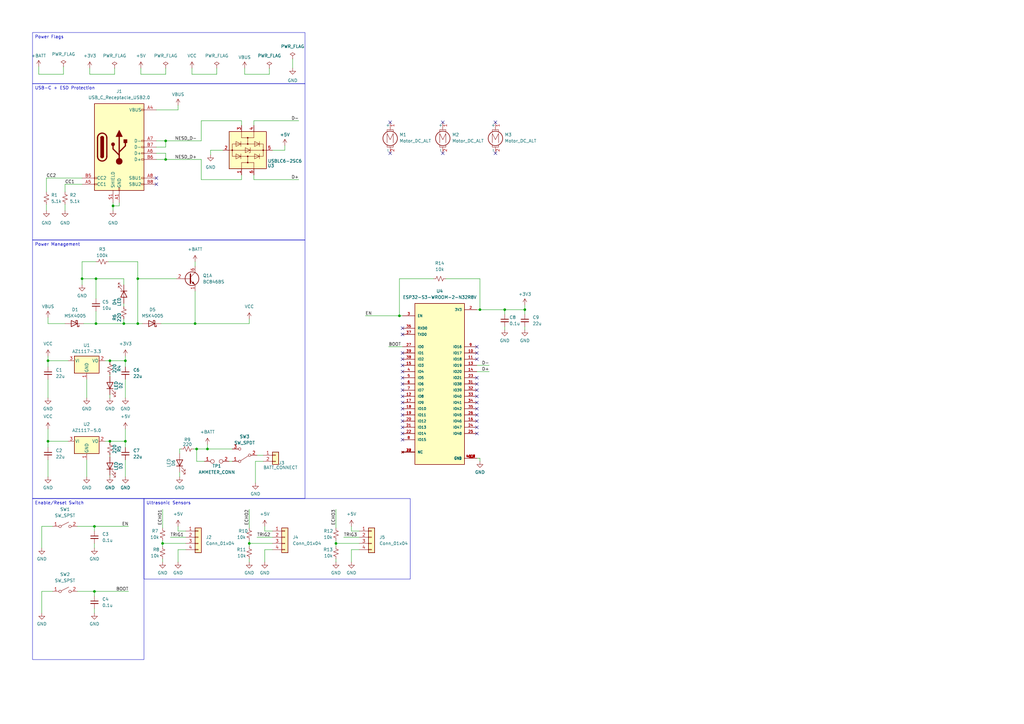
<source format=kicad_sch>
(kicad_sch (version 20230121) (generator eeschema)
  (paper "A3")
  (title_block (title "Remote Omnidirectional Droid") (date "2024-05-09") (rev "v0.1"))
  (lib_symbols
    (symbol "Connector:TestPoint_2Pole" (pin_names (offset 0.762) hide)
      (property "Reference" "TP" (at 0 1.524 0))
      (property "Value" "TestPoint_2Pole" (at 0 -1.778 0))
      (symbol "TestPoint_2Pole_0_1"
        (pin passive line (at -5.08 0 0) (length 2.54) (name "1") (number "1"))
        (pin passive line (at 5.08 0 180) (length 2.54) (name "2") (number "2"))
      )
    )
    (symbol "Connector:USB_C_Receptacle_USB2.0" (pin_names (offset 1.016))
      (property "Reference" "J1" (at 0 22.86 0))
      (property "Value" "USB_C_Receptacle_USB2.0" (at 0 20.32 0))
      (symbol "USB_C_Receptacle_USB2.0_1_1"
        (pin passive line (at 0 -22.86 90) (length 5.08) (name "GND") (number "A1"))
        (pin passive line (at 0 -22.86 90) (length 5.08) hide (name "GND") (number "A12"))
        (pin passive line (at 15.24 15.24 180) (length 5.08) (name "VBUS") (number "A4"))
        (pin bidirectional line (at -15.24 -15.24 0) (length 5.08) (name "CC1") (number "A5"))
        (pin bidirectional line (at 15.24 -2.54 180) (length 5.08) (name "D+") (number "A6"))
        (pin bidirectional line (at 15.24 2.54 180) (length 5.08) (name "D-") (number "A7"))
        (pin bidirectional line (at 15.24 -12.7 180) (length 5.08) (name "SBU1") (number "A8"))
        (pin passive line (at 15.24 15.24 180) (length 5.08) hide (name "VBUS") (number "A9"))
        (pin passive line (at 0 -22.86 90) (length 5.08) hide (name "GND") (number "B1"))
        (pin passive line (at 0 -22.86 90) (length 5.08) hide (name "GND") (number "B12"))
        (pin passive line (at 15.24 15.24 180) (length 5.08) hide (name "VBUS") (number "B4"))
        (pin bidirectional line (at -15.24 -12.7 0) (length 5.08) (name "CC2") (number "B5"))
        (pin bidirectional line (at 15.24 -5.08 180) (length 5.08) (name "D+") (number "B6"))
        (pin bidirectional line (at 15.24 0 180) (length 5.08) (name "D-") (number "B7"))
        (pin bidirectional line (at 15.24 -15.24 180) (length 5.08) (name "SBU2") (number "B8"))
        (pin passive line (at 15.24 15.24 180) (length 5.08) hide (name "VBUS") (number "B9"))
        (pin passive line (at -2.54 -22.86 90) (length 5.08) (name "SHIELD") (number "S1"))
      )
    )
    (symbol "Connector_Generic:Conn_01x02" (pin_names (offset 1.016) hide)
      (property "Reference" "J" (at 0 2.54 0))
      (property "Value" "Conn_01x02" (at 0 -5.08 0))
      (symbol "Conn_01x02_1_1"
        (pin passive line (at -5.08 0 0) (length 3.81) (name "Pin_1") (number "1"))
        (pin passive line (at -5.08 -2.54 0) (length 3.81) (name "Pin_2") (number "2"))
      )
    )
    (symbol "Connector_Generic:Conn_01x04" (pin_names (offset 1.016) hide)
      (property "Reference" "J" (at 0 5.08 0))
      (property "Value" "Conn_01x04" (at 0 -7.62 0))
      (symbol "Conn_01x04_1_1"
        (pin passive line (at -5.08 2.54 0) (length 3.81) (name "Pin_1") (number "1"))
        (pin passive line (at -5.08 0 0) (length 3.81) (name "Pin_2") (number "2"))
        (pin passive line (at -5.08 -2.54 0) (length 3.81) (name "Pin_3") (number "3"))
        (pin passive line (at -5.08 -5.08 0) (length 3.81) (name "Pin_4") (number "4"))
      )
    )
    (symbol "Device:C_Small" (pin_numbers hide) (pin_names (offset 0.254) hide)
      (property "Reference" "C" (at 0.254 1.778 0))
      (property "Value" "C_Small" (at 0.254 -2.032 0))
      (symbol "C_Small_1_1"
        (pin passive line (at 0 2.54 270) (length 2.032) (name "~") (number "1"))
        (pin passive line (at 0 -2.54 90) (length 2.032) (name "~") (number "2"))
      )
    )
    (symbol "Device:D_Schottky" (pin_numbers hide) (pin_names (offset 1.016) hide)
      (property "Reference" "D" (at 0 2.54 0))
      (property "Value" "D_Schottky" (at 0 -2.54 0))
      (symbol "D_Schottky_1_1"
        (pin passive line (at -3.81 0 0) (length 2.54) (name "K") (number "1"))
        (pin passive line (at 3.81 0 180) (length 2.54) (name "A") (number "2"))
      )
    )
    (symbol "Device:LED" (pin_numbers hide) (pin_names (offset 1.016) hide)
      (property "Reference" "D" (at 0 2.54 0))
      (property "Value" "LED" (at 0 -2.54 0))
      (symbol "LED_1_1"
        (pin passive line (at -3.81 0 0) (length 2.54) (name "K") (number "1"))
        (pin passive line (at 3.81 0 180) (length 2.54) (name "A") (number "2"))
      )
    )
    (symbol "Device:R_Small_US" (pin_numbers hide) (pin_names (offset 0.254) hide)
      (property "Reference" "R" (at 0.762 0.508 0))
      (property "Value" "R_Small_US" (at 0.762 -1.016 0))
      (symbol "R_Small_US_1_1"
        (pin passive line (at 0 2.54 270) (length 1.016) (name "~") (number "1"))
        (pin passive line (at 0 -2.54 90) (length 1.016) (name "~") (number "2"))
      )
    )
    (symbol "ESP32-S3-WROOM-2-N32R8V:ESP32-S3-WROOM-2-N32R8V" (pin_names (offset 1.016))
      (property "Reference" "U" (at -10.16 33.782 0))
      (property "Value" "ESP32-S3-WROOM-2-N32R8V" (at -10.16 -35.56 0))
      (symbol "ESP32-S3-WROOM-2-N32R8V_0_0"
        (pin power_in line (at 15.24 -30.48 180) (length 5.08) (name "GND") (number "1"))
        (pin bidirectional line (at 15.24 12.7 180) (length 5.08) (name "IO17") (number "10"))
        (pin bidirectional line (at 15.24 10.16 180) (length 5.08) (name "IO18") (number "11"))
        (pin bidirectional line (at -15.24 -5.08 0) (length 5.08) (name "IO8") (number "12"))
        (pin bidirectional line (at 15.24 7.62 180) (length 5.08) (name "IO19") (number "13"))
        (pin bidirectional line (at 15.24 5.08 180) (length 5.08) (name "IO20") (number "14"))
        (pin bidirectional line (at -15.24 7.62 0) (length 5.08) (name "IO3") (number "15"))
        (pin bidirectional line (at 15.24 -15.24 180) (length 5.08) (name "IO46") (number "16"))
        (pin bidirectional line (at -15.24 -7.62 0) (length 5.08) (name "IO9") (number "17"))
        (pin bidirectional line (at -15.24 -10.16 0) (length 5.08) (name "IO10") (number "18"))
        (pin bidirectional line (at -15.24 -12.7 0) (length 5.08) (name "IO11") (number "19"))
        (pin power_in line (at 15.24 30.48 180) (length 5.08) (name "3V3") (number "2"))
        (pin bidirectional line (at -15.24 -15.24 0) (length 5.08) (name "IO12") (number "20"))
        (pin bidirectional line (at -15.24 -17.78 0) (length 5.08) (name "IO13") (number "21"))
        (pin bidirectional line (at -15.24 -20.32 0) (length 5.08) (name "IO14") (number "22"))
        (pin bidirectional line (at 15.24 2.54 180) (length 5.08) (name "IO21") (number "23"))
        (pin bidirectional line (at 15.24 -17.78 180) (length 5.08) (name "IO47") (number "24"))
        (pin bidirectional line (at 15.24 -20.32 180) (length 5.08) (name "IO48") (number "25"))
        (pin bidirectional line (at 15.24 -12.7 180) (length 5.08) (name "IO45") (number "26"))
        (pin bidirectional line (at -15.24 15.24 0) (length 5.08) (name "IO0") (number "27"))
        (pin no_connect line (at -15.24 -27.94 0) (length 5.08) (name "NC") (number "28"))
        (pin no_connect line (at -15.24 -27.94 0) (length 5.08) (name "NC") (number "29"))
        (pin input line (at -15.24 27.94 0) (length 5.08) (name "EN") (number "3"))
        (pin no_connect line (at -15.24 -27.94 0) (length 5.08) (name "NC") (number "30"))
        (pin bidirectional line (at 15.24 0 180) (length 5.08) (name "IO38") (number "31"))
        (pin bidirectional line (at 15.24 -2.54 180) (length 5.08) (name "IO39") (number "32"))
        (pin bidirectional line (at 15.24 -5.08 180) (length 5.08) (name "IO40") (number "33"))
        (pin bidirectional line (at 15.24 -7.62 180) (length 5.08) (name "IO41") (number "34"))
        (pin bidirectional line (at 15.24 -10.16 180) (length 5.08) (name "IO42") (number "35"))
        (pin bidirectional line (at -15.24 22.86 0) (length 5.08) (name "RXD0") (number "36"))
        (pin bidirectional line (at -15.24 20.32 0) (length 5.08) (name "TXD0") (number "37"))
        (pin bidirectional line (at -15.24 10.16 0) (length 5.08) (name "IO2") (number "38"))
        (pin bidirectional line (at -15.24 12.7 0) (length 5.08) (name "IO1") (number "39"))
        (pin bidirectional line (at -15.24 5.08 0) (length 5.08) (name "IO4") (number "4"))
        (pin power_in line (at 15.24 -30.48 180) (length 5.08) (name "GND") (number "40"))
        (pin power_in line (at 15.24 -30.48 180) (length 5.08) (name "GND") (number "41_1"))
        (pin power_in line (at 15.24 -30.48 180) (length 5.08) (name "GND") (number "41_2"))
        (pin power_in line (at 15.24 -30.48 180) (length 5.08) (name "GND") (number "41_3"))
        (pin power_in line (at 15.24 -30.48 180) (length 5.08) (name "GND") (number "41_4"))
        (pin power_in line (at 15.24 -30.48 180) (length 5.08) (name "GND") (number "41_5"))
        (pin power_in line (at 15.24 -30.48 180) (length 5.08) (name "GND") (number "41_6"))
        (pin power_in line (at 15.24 -30.48 180) (length 5.08) (name "GND") (number "41_7"))
        (pin power_in line (at 15.24 -30.48 180) (length 5.08) (name "GND") (number "41_8"))
        (pin power_in line (at 15.24 -30.48 180) (length 5.08) (name "GND") (number "41_9"))
        (pin bidirectional line (at -15.24 2.54 0) (length 5.08) (name "IO5") (number "5"))
        (pin bidirectional line (at -15.24 0 0) (length 5.08) (name "IO6") (number "6"))
        (pin bidirectional line (at -15.24 -2.54 0) (length 5.08) (name "IO7") (number "7"))
        (pin bidirectional line (at -15.24 -22.86 0) (length 5.08) (name "IO15") (number "8"))
        (pin bidirectional line (at 15.24 15.24 180) (length 5.08) (name "IO16") (number "9"))
      )
    )
    (symbol "Motor:Motor_DC_ALT" (pin_names (offset 0))
      (property "Reference" "M" (at 2.54 2.54 0))
      (property "Value" "Motor_DC_ALT" (at 2.54 -5.08 0))
      (symbol "Motor_DC_ALT_1_1"
        (pin passive line (at 0 5.08 270) (length 2.54) (name "+") (number "1"))
        (pin passive line (at 0 -7.62 90) (length 2.54) (name "-") (number "2"))
      )
    )
    (symbol "Power_Protection:USBLC6-2SC6" (pin_names hide)
      (property "Reference" "U" (at 2.54 8.89 0))
      (property "Value" "USBLC6-2SC6" (at 2.54 -8.89 0))
      (symbol "USBLC6-2SC6_1_1"
        (pin passive line (at -10.16 -2.54 0) (length 2.54) (name "I/O1") (number "1"))
        (pin passive line (at 0 -10.16 90) (length 2.54) (name "GND") (number "2"))
        (pin passive line (at 10.16 -2.54 180) (length 2.54) (name "I/O2") (number "3"))
        (pin passive line (at 10.16 2.54 180) (length 2.54) (name "I/O2") (number "4"))
        (pin passive line (at 0 10.16 270) (length 2.54) (name "VBUS") (number "5"))
        (pin passive line (at -10.16 2.54 0) (length 2.54) (name "I/O1") (number "6"))
      )
    )
    (symbol "Regulator_Linear:AZ1117-3.3" (pin_names (offset 0.254))
      (property "Reference" "U" (at -3.81 3.175 0))
      (property "Value" "AZ1117-3.3" (at 0 3.175 0))
      (symbol "AZ1117-3.3_1_1"
        (pin power_in line (at 0 -7.62 90) (length 2.54) (name "GND") (number "1"))
        (pin power_out line (at 7.62 0 180) (length 2.54) (name "VO") (number "2"))
        (pin power_in line (at -7.62 0 0) (length 2.54) (name "VI") (number "3"))
      )
    )
    (symbol "Regulator_Linear:AZ1117-5.0" (pin_names (offset 0.254))
      (property "Reference" "U" (at -3.81 3.175 0))
      (property "Value" "AZ1117-5.0" (at 0 3.175 0))
      (symbol "AZ1117-5.0_1_1"
        (pin power_in line (at 0 -7.62 90) (length 2.54) (name "GND") (number "1"))
        (pin power_out line (at 7.62 0 180) (length 2.54) (name "VO") (number "2"))
        (pin power_in line (at -7.62 0 0) (length 2.54) (name "VI") (number "3"))
      )
    )
    (symbol "Switch:SW_SPDT" (pin_names (offset 0) hide)
      (property "Reference" "SW" (at 0 4.318 0))
      (property "Value" "SW_SPDT" (at 0 -5.08 0))
      (symbol "SW_SPDT_1_1"
        (pin passive line (at 5.08 2.54 180) (length 2.54) (name "A") (number "1"))
        (pin passive line (at -5.08 0 0) (length 2.54) (name "B") (number "2"))
        (pin passive line (at 5.08 -2.54 180) (length 2.54) (name "C") (number "3"))
      )
    )
    (symbol "Switch:SW_SPST" (pin_names (offset 0) hide)
      (property "Reference" "SW" (at 0 3.175 0))
      (property "Value" "SW_SPST" (at 0 -2.54 0))
      (symbol "SW_SPST_1_1"
        (pin passive line (at -5.08 0 0) (length 2.54) (name "A") (number "1"))
        (pin passive line (at 5.08 0 180) (length 2.54) (name "B") (number "2"))
      )
    )
    (symbol "Transistor_BJT:BC846BS" (pin_names (offset 0) hide)
      (property "Reference" "Q" (at 5.08 1.27 0))
      (property "Value" "BC846BS" (at 5.08 -1.27 0))
      (symbol "BC846BS_1_1"
        (pin passive line (at 2.54 -5.08 90) (length 2.54) (name "E1") (number "1"))
        (pin input line (at -5.08 0 0) (length 2.54) (name "B1") (number "2"))
        (pin passive line (at 2.54 5.08 270) (length 2.54) (name "C1") (number "6"))
      )
      (symbol "BC846BS_2_1"
        (pin passive line (at 2.54 5.08 270) (length 2.54) (name "C2") (number "3"))
        (pin passive line (at 2.54 -5.08 90) (length 2.54) (name "E2") (number "4"))
        (pin input line (at -5.08 0 0) (length 2.54) (name "B2") (number "5"))
      )
    )
    (symbol "power:+3V3" (power) (pin_names (offset 0))
      (property "Value" "+3V3" (at 0 3.556 0))
      (symbol "+3V3_1_1"
        (pin power_in line (at 0 0 90) (length 0) hide (name "+3V3") (number "1"))
      )
    )
    (symbol "power:+5V" (power) (pin_names (offset 0))
      (property "Value" "+5V" (at 0 3.556 0))
      (symbol "+5V_1_1"
        (pin power_in line (at 0 0 90) (length 0) hide (name "+5V") (number "1"))
      )
    )
    (symbol "power:+BATT" (power) (pin_names (offset 0))
      (property "Value" "+BATT" (at 0 3.556 0))
      (symbol "+BATT_1_1"
        (pin power_in line (at 0 0 90) (length 0) hide (name "+BATT") (number "1"))
      )
    )
    (symbol "power:GND" (power) (pin_names (offset 0))
      (property "Value" "GND" (at 0 -3.81 0))
      (symbol "GND_1_1"
        (pin power_in line (at 0 0 270) (length 0) hide (name "GND") (number "1"))
      )
    )
    (symbol "power:PWR_FLAG" (power) (pin_numbers hide) (pin_names (offset 0) hide)
      (property "Value" "PWR_FLAG" (at 0 3.81 0))
      (symbol "PWR_FLAG_0_0"
        (pin power_out line (at 0 0 90) (length 0) (name "pwr") (number "1"))
      )
    )
    (symbol "power:VBUS" (power) (pin_names (offset 0))
      (property "Value" "VBUS" (at 0 3.81 0))
      (symbol "VBUS_1_1"
        (pin power_in line (at 0 0 90) (length 0) hide (name "VBUS") (number "1"))
      )
    )
    (symbol "power:VCC" (power) (pin_names (offset 0))
      (property "Value" "VCC" (at 0 3.81 0))
      (symbol "VCC_1_1"
        (pin power_in line (at 0 0 90) (length 0) hide (name "VCC") (number "1"))
      )
    )
  )
  (junction (at 137.795 222.885))
  (junction (at 39.37 114.3))
  (junction (at 196.85 127))
  (junction (at 80.645 184.15))
  (junction (at 19.685 147.955))
  (junction (at 33.655 114.3))
  (junction (at 67.945 57.785))
  (junction (at 85.09 184.15))
  (junction (at 46.355 84.455))
  (junction (at 102.235 222.885))
  (junction (at 45.085 147.955))
  (junction (at 56.515 114.3))
  (junction (at 67.945 65.405))
  (junction (at 215.265 127))
  (junction (at 50.8 132.715))
  (junction (at 39.37 132.715))
  (junction (at 66.675 222.885))
  (junction (at 45.085 180.975))
  (junction (at 51.435 180.975))
  (junction (at 51.435 147.955))
  (junction (at 38.735 215.9))
  (junction (at 19.685 180.975))
  (junction (at 163.83 129.54))
  (junction (at 207.01 127))
  (junction (at 80.01 132.715))
  (junction (at 38.735 242.57))
  (junction (at 56.515 132.715))
  (no_connect (at 165.1 160.02))
  (no_connect (at 160.02 50.165))
  (no_connect (at 203.2 50.165))
  (no_connect (at 195.58 167.64))
  (no_connect (at 195.58 165.1))
  (no_connect (at 160.02 62.865))
  (no_connect (at 195.58 157.48))
  (no_connect (at 165.1 162.56))
  (no_connect (at 165.1 167.64))
  (no_connect (at 165.1 137.16))
  (no_connect (at 165.1 147.32))
  (no_connect (at 195.58 162.56))
  (no_connect (at 165.1 144.78))
  (no_connect (at 181.61 50.165))
  (no_connect (at 181.61 62.865))
  (no_connect (at 165.1 180.34))
  (no_connect (at 195.58 142.24))
  (no_connect (at 165.1 177.8))
  (no_connect (at 195.58 170.18))
  (no_connect (at 64.135 75.565))
  (no_connect (at 195.58 147.32))
  (no_connect (at 195.58 175.26))
  (no_connect (at 165.1 152.4))
  (no_connect (at 195.58 144.78))
  (no_connect (at 165.1 170.18))
  (no_connect (at 195.58 177.8))
  (no_connect (at 165.1 134.62))
  (no_connect (at 165.1 175.26))
  (no_connect (at 195.58 160.02))
  (no_connect (at 195.58 154.94))
  (no_connect (at 165.1 172.72))
  (no_connect (at 165.1 149.86))
  (no_connect (at 195.58 172.72))
  (no_connect (at 165.1 154.94))
  (no_connect (at 165.1 157.48))
  (no_connect (at 64.135 73.025))
  (no_connect (at 203.2 62.865))
  (no_connect (at 165.1 165.1))
  (wire (pts (xy 137.795 221.615) (xy 137.795 222.885)))
  (wire (pts (xy 102.235 222.885) (xy 102.235 224.155)))
  (wire (pts (xy 196.85 127) (xy 196.85 114.3)))
  (wire (pts (xy 66.675 222.885) (xy 66.675 224.155)))
  (wire (pts (xy 17.145 215.9) (xy 17.145 224.79)))
  (wire (pts (xy 46.355 84.455) (xy 46.355 86.36)))
  (wire (pts (xy 80.645 189.23) (xy 80.645 184.15)))
  (wire (pts (xy 46.99 27.94) (xy 46.99 30.48)))
  (wire (pts (xy 33.655 114.3) (xy 33.655 107.315)))
  (wire (pts (xy 39.37 127.635) (xy 39.37 132.715)))
  (wire (pts (xy 57.785 30.48) (xy 57.785 27.94)))
  (wire (pts (xy 26.67 83.82) (xy 26.67 86.36)))
  (wire (pts (xy 39.37 122.555) (xy 39.37 114.3)))
  (wire (pts (xy 43.18 180.975) (xy 45.085 180.975)))
  (wire (pts (xy 39.37 132.715) (xy 50.8 132.715)))
  (wire (pts (xy 67.945 27.94) (xy 67.945 30.48)))
  (wire (pts (xy 140.97 220.345) (xy 147.32 220.345)))
  (wire (pts (xy 80.645 184.15) (xy 85.09 184.15)))
  (wire (pts (xy 19.685 188.595) (xy 19.685 195.58)))
  (wire (pts (xy 19.05 83.82) (xy 19.05 86.36)))
  (wire (pts (xy 43.18 147.955) (xy 45.085 147.955)))
  (wire (pts (xy 31.75 215.9) (xy 38.735 215.9)))
  (wire (pts (xy 35.56 155.575) (xy 35.56 163.195)))
  (wire (pts (xy 36.83 30.48) (xy 36.83 27.94)))
  (wire (pts (xy 82.55 73.66) (xy 99.06 73.66)))
  (wire (pts (xy 177.8 114.3) (xy 163.83 114.3)))
  (wire (pts (xy 21.59 242.57) (xy 17.145 242.57)))
  (wire (pts (xy 67.945 62.865) (xy 67.945 65.405)))
  (wire (pts (xy 82.55 57.785) (xy 82.55 49.53)))
  (wire (pts (xy 105.41 186.69) (xy 107.95 186.69)))
  (wire (pts (xy 102.235 229.235) (xy 102.235 230.505)))
  (wire (pts (xy 195.58 149.86) (xy 200.66 149.86)))
  (wire (pts (xy 51.435 180.975) (xy 51.435 183.515)))
  (wire (pts (xy 67.945 60.325) (xy 67.945 57.785)))
  (wire (pts (xy 45.085 180.975) (xy 45.085 181.61)))
  (wire (pts (xy 137.795 222.885) (xy 137.795 224.155)))
  (wire (pts (xy 19.05 78.74) (xy 19.05 73.025)))
  (wire (pts (xy 67.945 57.785) (xy 82.55 57.785)))
  (wire (pts (xy 86.36 61.595) (xy 91.44 61.595)))
  (wire (pts (xy 51.435 188.595) (xy 51.435 195.58)))
  (wire (pts (xy 82.55 49.53) (xy 99.06 49.53)))
  (wire (pts (xy 45.085 147.955) (xy 45.085 148.59)))
  (wire (pts (xy 45.085 147.955) (xy 51.435 147.955)))
  (wire (pts (xy 144.145 230.505) (xy 144.145 225.425)))
  (wire (pts (xy 39.37 114.3) (xy 33.655 114.3)))
  (wire (pts (xy 196.85 187.96) (xy 196.85 189.23)))
  (wire (pts (xy 149.86 129.54) (xy 163.83 129.54)))
  (wire (pts (xy 104.14 73.66) (xy 104.14 71.755)))
  (wire (pts (xy 64.135 65.405) (xy 67.945 65.405)))
  (wire (pts (xy 108.585 217.805) (xy 111.76 217.805)))
  (wire (pts (xy 38.735 215.9) (xy 52.705 215.9)))
  (wire (pts (xy 102.235 222.885) (xy 111.76 222.885)))
  (wire (pts (xy 215.265 133.985) (xy 215.265 135.255)))
  (wire (pts (xy 102.235 208.915) (xy 102.235 216.535)))
  (wire (pts (xy 19.05 73.025) (xy 33.655 73.025)))
  (wire (pts (xy 15.875 30.48) (xy 15.875 27.305)))
  (wire (pts (xy 108.585 230.505) (xy 108.585 225.425)))
  (wire (pts (xy 73.025 215.9) (xy 73.025 217.805)))
  (wire (pts (xy 73.025 225.425) (xy 76.2 225.425)))
  (wire (pts (xy 38.735 242.57) (xy 52.705 242.57)))
  (wire (pts (xy 120.015 24.13) (xy 120.015 27.94)))
  (wire (pts (xy 19.685 175.895) (xy 19.685 180.975)))
  (wire (pts (xy 104.775 189.23) (xy 104.775 198.12)))
  (wire (pts (xy 144.145 225.425) (xy 147.32 225.425)))
  (wire (pts (xy 83.82 189.23) (xy 80.645 189.23)))
  (wire (pts (xy 78.74 27.94) (xy 78.74 30.48)))
  (wire (pts (xy 45.085 186.69) (xy 45.085 187.325)))
  (wire (pts (xy 196.85 127) (xy 207.01 127)))
  (wire (pts (xy 67.945 65.405) (xy 82.55 65.405)))
  (wire (pts (xy 56.515 114.3) (xy 56.515 132.715)))
  (wire (pts (xy 19.685 146.05) (xy 19.685 147.955)))
  (wire (pts (xy 95.25 184.15) (xy 85.09 184.15)))
  (wire (pts (xy 73.66 184.15) (xy 74.295 184.15)))
  (wire (pts (xy 80.01 107.315) (xy 80.01 109.22)))
  (wire (pts (xy 50.8 116.84) (xy 50.8 114.3)))
  (wire (pts (xy 137.795 229.235) (xy 137.795 230.505)))
  (wire (pts (xy 102.235 221.615) (xy 102.235 222.885)))
  (wire (pts (xy 88.9 30.48) (xy 78.74 30.48)))
  (wire (pts (xy 104.14 49.53) (xy 122.555 49.53)))
  (wire (pts (xy 80.01 132.715) (xy 80.01 119.38)))
  (wire (pts (xy 45.085 180.975) (xy 51.435 180.975)))
  (wire (pts (xy 50.8 114.3) (xy 39.37 114.3)))
  (wire (pts (xy 73.025 230.505) (xy 73.025 225.425)))
  (wire (pts (xy 82.55 65.405) (xy 82.55 73.66)))
  (wire (pts (xy 50.8 130.81) (xy 50.8 132.715)))
  (wire (pts (xy 66.675 208.915) (xy 66.675 216.535)))
  (wire (pts (xy 26.035 30.48) (xy 15.875 30.48)))
  (wire (pts (xy 26.67 78.74) (xy 26.67 75.565)))
  (wire (pts (xy 31.75 242.57) (xy 38.735 242.57)))
  (wire (pts (xy 56.515 107.315) (xy 56.515 114.3)))
  (wire (pts (xy 33.655 114.3) (xy 33.655 116.84)))
  (wire (pts (xy 137.795 222.885) (xy 147.32 222.885)))
  (wire (pts (xy 116.84 61.595) (xy 111.76 61.595)))
  (wire (pts (xy 73.025 45.085) (xy 73.025 43.18)))
  (wire (pts (xy 110.49 30.48) (xy 100.33 30.48)))
  (wire (pts (xy 48.895 83.185) (xy 48.895 84.455)))
  (wire (pts (xy 26.67 75.565) (xy 33.655 75.565)))
  (wire (pts (xy 144.145 217.805) (xy 147.32 217.805)))
  (wire (pts (xy 105.41 220.345) (xy 111.76 220.345)))
  (wire (pts (xy 85.09 184.15) (xy 85.09 182.245)))
  (wire (pts (xy 50.8 125.73) (xy 50.8 124.46)))
  (wire (pts (xy 182.88 114.3) (xy 196.85 114.3)))
  (wire (pts (xy 215.265 125.095) (xy 215.265 127)))
  (wire (pts (xy 79.375 184.15) (xy 80.645 184.15)))
  (wire (pts (xy 73.66 186.055) (xy 73.66 184.15)))
  (wire (pts (xy 46.355 83.185) (xy 46.355 84.455)))
  (wire (pts (xy 163.83 114.3) (xy 163.83 129.54)))
  (wire (pts (xy 64.135 45.085) (xy 73.025 45.085)))
  (wire (pts (xy 45.085 161.925) (xy 45.085 163.195)))
  (wire (pts (xy 66.675 221.615) (xy 66.675 222.885)))
  (wire (pts (xy 51.435 175.895) (xy 51.435 180.975)))
  (wire (pts (xy 48.895 84.455) (xy 46.355 84.455)))
  (wire (pts (xy 207.01 127) (xy 215.265 127)))
  (wire (pts (xy 159.385 142.24) (xy 165.1 142.24)))
  (wire (pts (xy 137.795 208.915) (xy 137.795 216.535)))
  (wire (pts (xy 99.06 49.53) (xy 99.06 51.435)))
  (wire (pts (xy 38.735 222.885) (xy 38.735 224.79)))
  (wire (pts (xy 66.675 229.235) (xy 66.675 230.505)))
  (wire (pts (xy 207.01 127) (xy 207.01 128.905)))
  (wire (pts (xy 69.85 220.345) (xy 76.2 220.345)))
  (wire (pts (xy 80.01 132.715) (xy 102.235 132.715)))
  (wire (pts (xy 19.685 147.955) (xy 27.94 147.955)))
  (wire (pts (xy 19.685 147.955) (xy 19.685 150.495)))
  (wire (pts (xy 110.49 27.94) (xy 110.49 30.48)))
  (wire (pts (xy 45.085 194.945) (xy 45.085 195.58)))
  (wire (pts (xy 26.035 27.305) (xy 26.035 30.48)))
  (wire (pts (xy 57.785 30.48) (xy 67.945 30.48)))
  (wire (pts (xy 215.265 127) (xy 215.265 128.905)))
  (wire (pts (xy 21.59 215.9) (xy 17.145 215.9)))
  (wire (pts (xy 51.435 155.575) (xy 51.435 163.195)))
  (wire (pts (xy 100.33 30.48) (xy 100.33 27.94)))
  (wire (pts (xy 144.145 215.9) (xy 144.145 217.805)))
  (wire (pts (xy 44.45 107.315) (xy 56.515 107.315)))
  (wire (pts (xy 33.655 107.315) (xy 39.37 107.315)))
  (wire (pts (xy 51.435 147.955) (xy 51.435 146.05)))
  (wire (pts (xy 17.145 242.57) (xy 17.145 251.46)))
  (wire (pts (xy 50.8 132.715) (xy 56.515 132.715)))
  (wire (pts (xy 35.56 188.595) (xy 35.56 195.58)))
  (wire (pts (xy 66.04 132.715) (xy 80.01 132.715)))
  (wire (pts (xy 195.58 187.96) (xy 196.85 187.96)))
  (wire (pts (xy 104.14 73.66) (xy 122.555 73.66)))
  (wire (pts (xy 107.95 189.23) (xy 104.775 189.23)))
  (wire (pts (xy 38.735 244.475) (xy 38.735 242.57)))
  (wire (pts (xy 108.585 215.9) (xy 108.585 217.805)))
  (wire (pts (xy 39.37 132.715) (xy 34.29 132.715)))
  (wire (pts (xy 86.36 63.5) (xy 86.36 61.595)))
  (wire (pts (xy 66.675 222.885) (xy 76.2 222.885)))
  (wire (pts (xy 19.685 180.975) (xy 27.94 180.975)))
  (wire (pts (xy 36.83 30.48) (xy 46.99 30.48)))
  (wire (pts (xy 93.98 189.23) (xy 95.25 189.23)))
  (wire (pts (xy 195.58 152.4) (xy 200.66 152.4)))
  (wire (pts (xy 38.735 249.555) (xy 38.735 251.46)))
  (wire (pts (xy 102.235 130.81) (xy 102.235 132.715)))
  (wire (pts (xy 116.84 59.69) (xy 116.84 61.595)))
  (wire (pts (xy 64.135 57.785) (xy 67.945 57.785)))
  (wire (pts (xy 64.135 60.325) (xy 67.945 60.325)))
  (wire (pts (xy 88.9 27.94) (xy 88.9 30.48)))
  (wire (pts (xy 104.14 49.53) (xy 104.14 51.435)))
  (wire (pts (xy 19.685 132.715) (xy 26.67 132.715)))
  (wire (pts (xy 19.685 130.175) (xy 19.685 132.715)))
  (wire (pts (xy 195.58 127) (xy 196.85 127)))
  (wire (pts (xy 38.735 217.805) (xy 38.735 215.9)))
  (wire (pts (xy 108.585 225.425) (xy 111.76 225.425)))
  (wire (pts (xy 165.1 129.54) (xy 163.83 129.54)))
  (wire (pts (xy 56.515 114.3) (xy 72.39 114.3)))
  (wire (pts (xy 73.66 193.675) (xy 73.66 195.58)))
  (wire (pts (xy 51.435 147.955) (xy 51.435 150.495)))
  (wire (pts (xy 99.06 73.66) (xy 99.06 71.755)))
  (wire (pts (xy 207.01 133.985) (xy 207.01 135.255)))
  (wire (pts (xy 45.085 153.67) (xy 45.085 154.305)))
  (wire (pts (xy 73.025 217.805) (xy 76.2 217.805)))
  (wire (pts (xy 19.685 183.515) (xy 19.685 180.975)))
  (wire (pts (xy 56.515 132.715) (xy 58.42 132.715)))
  (wire (pts (xy 64.135 62.865) (xy 67.945 62.865)))
  (wire (pts (xy 19.685 155.575) (xy 19.685 163.195)))
  (text_box "Enable/Reset Switch" (at 13.335 204.47 0) (size 45.72 66.04) (effects (font (size 1.27 1.27)) (justify left top)))
  (text_box "Power Management" (at 13.335 98.425 0) (size 111.76 106.045) (effects (font (size 1.27 1.27)) (justify left top)))
  (text_box "Ultrasonic Sensors" (at 59.055 204.47 0) (size 109.22 33.02) (effects (font (size 1.27 1.27)) (justify left top)))
  (text_box "USB-C + ESD Protection" (at 13.335 34.29 0) (size 111.76 64.135) (effects (font (size 1.27 1.27)) (justify left top)))
  (text_box "Power Flags" (at 13.335 13.335 0) (size 111.76 20.955) (effects (font (size 1.27 1.27)) (justify left top)))
  (label "D+" (at 122.555 73.66 180))
  (label "ECHO1" (at 66.675 208.915 270))
  (label "BOOT" (at 159.385 142.24 0))
  (label "BOOT" (at 52.705 242.57 180))
  (label "CC2" (at 19.05 73.025 0))
  (label "D+" (at 200.66 152.4 180))
  (label "CC1" (at 26.67 75.565 0))
  (label "EN" (at 149.86 129.54 0))
  (label "D-" (at 122.555 49.53 180))
  (label "ECHO2" (at 102.235 208.915 270))
  (label "TRIG3" (at 140.97 220.345 0))
  (label "EN" (at 52.705 215.9 180))
  (label "TRIG1" (at 69.85 220.345 0))
  (label "TRIG2" (at 105.41 220.345 0))
  (label "NESD_D-" (at 71.755 57.785 0))
  (label "NESD_D+" (at 71.755 65.405 0))
  (label "ECHO3" (at 137.795 208.915 270))
  (label "D-" (at 200.66 149.86 180))
  (symbol (lib_id "Device:R_Small_US") (at 137.795 226.695 0) (unit 1)
    (property "Reference" "R13" (at 136.525 225.425 0) (effects (justify right)))
    (property "Value" "10k" (at 136.525 227.965 0) (effects (justify right)))
    (property "Footprint" "Resistor_SMD:R_1206_3216Metric_Pad1.30x1.75mm_HandSolder" (effects hide))
  )
  (symbol (lib_id "Connector_Generic:Conn_01x04") (at 116.84 220.345 0) (unit 1)
    (property "Reference" "J4" (at 120.015 220.345 0) (effects (justify left)))
    (property "Value" "Conn_01x04" (at 120.015 222.885 0) (effects (justify left)))
    (property "Footprint" "Connector_PinSocket_2.54mm:PinSocket_1x04_P2.54mm_Vertical_SMD_Pin1Left" (effects hide))
  )
  (symbol (lib_id "ESP32-S3-WROOM-2-N32R8V:ESP32-S3-WROOM-2-N32R8V") (at 180.34 157.48 0) (unit 1)
    (property "Reference" "U4" (at 180.34 119.38 0))
    (property "Value" "ESP32-S3-WROOM-2-N32R8V" (at 180.34 121.92 0))
    (property "Footprint" "ESP32 S3:XCVR_ESP32-S3-WROOM-2-N32R8V" (effects hide))
    (property "DigiKey_Part_Number" "1965-ESP32-S3-WROOM-2-N32R8VTR-ND" (effects hide))
    (property "MF" "Espressif Systems" (effects hide))
    (property "MAXIMUM_PACKAGE_HEIGHT" "3.25mm" (effects hide))
    (property "Package" "NON STANDARD Espressif Systems" (effects hide))
    (property "Check_prices" "https://www.snapeda.com/parts/ESP32-S3-WROOM-2-N32R8V/Espressif+Systems/view-part/?ref=eda" (effects hide))
    (property "STANDARD" "Manufacturer Recommendations" (effects hide))
    (property "PARTREV" "1.0" (effects hide))
    (property "SnapEDA_Link" "https://www.snapeda.com/parts/ESP32-S3-WROOM-2-N32R8V/Espressif+Systems/view-part/?ref=snap" (effects hide))
    (property "MP" "ESP32-S3-WROOM-2-N32R8V" (effects hide))
    (property "Purchase-URL" "https://www.snapeda.com/api/url_track_click_mouser/?unipart_id=12077616&manufacturer=Espressif Systems&part_name=ESP32-S3-WROOM-2-N32R8V&search_term=None" (effects hide))
    (property "Description" "\nBluetooth, WiFi 802.11b/g/n, Bluetooth v5.0 Transceiver Module 2.4GHz PCB Trace Surface Mount\n" (effects hide))
    (property "MANUFACTURER" "Espressif" (effects hide))
    (property "SNAPEDA_PN" "ESP32-S3-WROOM-2-N32R8V" (effects hide))
  )
  (symbol (lib_id "Device:R_Small_US") (at 50.8 128.27 180) (unit 1)
    (property "Reference" "R6" (at 46.99 130.175 90))
    (property "Value" "220" (at 48.895 130.175 90))
    (property "Footprint" "Resistor_SMD:R_1206_3216Metric_Pad1.30x1.75mm_HandSolder" (effects hide))
  )
  (symbol (lib_id "Connector:USB_C_Receptacle_USB2.0") (at 48.895 60.325 0) (unit 1)
    (property "Reference" "J1" (at 48.895 37.465 0))
    (property "Value" "USB_C_Receptacle_USB2.0" (at 48.895 40.005 0))
    (property "Footprint" "Connector_USB:USB_C_Receptacle_GCT_USB4085" (effects hide))
    (property "Datasheet" "https://www.usb.org/sites/default/files/documents/usb_type-c.zip" (effects hide))
  )
  (symbol (lib_id "Device:LED") (at 45.085 191.135 90) (unit 1)
    (property "Reference" "D3" (at 49.53 191.135 0))
    (property "Value" "LED" (at 47.625 191.135 0))
    (property "Footprint" "LED_SMD:LED_1206_3216Metric_Pad1.42x1.75mm_HandSolder" (effects hide))
  )
  (symbol (lib_id "power:GND") (at 35.56 195.58 0) (unit 1)
    (property "Reference" "#PWR013" (effects hide))
    (property "Value" "GND" (at 35.56 200.025 0))
  )
  (symbol (lib_id "power:GND") (at 196.85 189.23 0) (unit 1)
    (property "Reference" "#PWR045" (effects hide))
    (property "Value" "GND" (at 196.85 193.675 0))
  )
  (symbol (lib_id "power:GND") (at 19.685 163.195 0) (unit 1)
    (property "Reference" "#PWR07" (effects hide))
    (property "Value" "GND" (at 19.685 167.64 0))
  )
  (symbol (lib_id "Device:D_Schottky") (at 30.48 132.715 180) (unit 1)
    (property "Reference" "D1" (at 30.7975 127 0))
    (property "Value" "MSK4005" (at 30.7975 129.54 0))
    (property "Footprint" "Diode_SMD:D_1206_3216Metric_Pad1.42x1.75mm_HandSolder" (effects hide))
  )
  (symbol (lib_id "power:+5V") (at 73.025 215.9 0) (unit 1)
    (property "Reference" "#PWR027" (effects hide))
    (property "Value" "+5V" (at 73.025 210.82 0))
  )
  (symbol (lib_id "power:GND") (at 35.56 163.195 0) (unit 1)
    (property "Reference" "#PWR012" (effects hide))
    (property "Value" "GND" (at 35.56 167.64 0))
  )
  (symbol (lib_id "power:GND") (at 144.145 230.505 0) (unit 1)
    (property "Reference" "#PWR044" (effects hide))
    (property "Value" "GND" (at 144.145 234.95 0))
  )
  (symbol (lib_id "power:+5V") (at 57.785 27.94 0) (unit 1)
    (property "Reference" "#PWR024" (effects hide))
    (property "Value" "+5V" (at 57.785 22.86 0))
  )
  (symbol (lib_id "power:VCC") (at 19.685 175.895 0) (unit 1)
    (property "Reference" "#PWR08" (effects hide))
    (property "Value" "VCC" (at 19.685 170.815 0))
  )
  (symbol (lib_id "Device:C_Small") (at 51.435 186.055 0) (unit 1)
    (property "Reference" "C7" (at 54.61 184.7913 0) (effects (justify left)))
    (property "Value" "22u" (at 54.61 187.3313 0) (effects (justify left)))
    (property "Footprint" "Capacitor_SMD:C_1206_3216Metric_Pad1.33x1.80mm_HandSolder" (effects hide))
  )
  (symbol (lib_id "power:GND") (at 45.085 195.58 0) (unit 1)
    (property "Reference" "#PWR018" (effects hide))
    (property "Value" "GND" (at 45.085 200.025 0))
  )
  (symbol (lib_id "power:GND") (at 102.235 230.505 0) (unit 1)
    (property "Reference" "#PWR036" (effects hide))
    (property "Value" "GND" (at 102.235 234.95 0))
  )
  (symbol (lib_id "power:VCC") (at 78.74 27.94 0) (unit 1)
    (property "Reference" "#PWR030" (effects hide))
    (property "Value" "VCC" (at 78.74 22.86 0))
  )
  (symbol (lib_id "power:+BATT") (at 85.09 182.245 0) (unit 1)
    (property "Reference" "#PWR032" (effects hide))
    (property "Value" "+BATT" (at 85.09 177.165 0))
  )
  (symbol (lib_id "power:+5V") (at 51.435 175.895 0) (unit 1)
    (property "Reference" "#PWR022" (effects hide))
    (property "Value" "+5V" (at 51.435 170.815 0))
  )
  (symbol (lib_id "power:GND") (at 86.36 63.5 0) (unit 1)
    (property "Reference" "#PWR033" (effects hide))
    (property "Value" "GND" (at 86.36 68.58 0))
  )
  (symbol (lib_id "Regulator_Linear:AZ1117-3.3") (at 35.56 147.955 0) (unit 1)
    (property "Reference" "U1" (at 35.56 141.605 0))
    (property "Value" "AZ1117-3.3" (at 35.56 144.145 0))
    (property "Footprint" "Package_TO_SOT_SMD:SOT-223-3_TabPin2" (effects hide))
    (property "Datasheet" "https://www.diodes.com/assets/Datasheets/AZ1117.pdf" (effects hide))
  )
  (symbol (lib_id "Switch:SW_SPST") (at 26.67 242.57 0) (unit 1)
    (property "Reference" "SW2" (at 26.67 235.585 0))
    (property "Value" "SW_SPST" (at 26.67 238.125 0))
    (property "Footprint" "Button_Switch_SMD:SW_Tactile_SPST_NO_Straight_CK_PTS636Sx25SMTRLFS" (effects hide))
  )
  (symbol (lib_id "power:GND") (at 104.775 198.12 0) (unit 1)
    (property "Reference" "#PWR037" (effects hide))
    (property "Value" "GND" (at 104.775 202.565 0))
  )
  (symbol (lib_id "Device:C_Small") (at 19.685 186.055 0) (unit 1)
    (property "Reference" "C2" (at 22.86 184.7913 0) (effects (justify left)))
    (property "Value" "22u" (at 22.86 187.3313 0) (effects (justify left)))
    (property "Footprint" "Capacitor_SMD:C_1206_3216Metric_Pad1.33x1.80mm_HandSolder" (effects hide))
  )
  (symbol (lib_id "Connector:TestPoint_2Pole") (at 88.9 189.23 0) (unit 1)
    (property "Reference" "TP1" (at 88.9 191.135 0))
    (property "Value" "AMMETER_CONN" (at 88.9 193.675 0))
    (property "Footprint" "TestPoint:TestPoint_2Pads_Pitch5.08mm_Drill1.3mm" (effects hide))
  )
  (symbol (lib_id "power:PWR_FLAG") (at 120.015 24.13 0) (unit 1)
    (property "Reference" "#FLG06" (effects hide))
    (property "Value" "PWR_FLAG" (at 120.015 19.05 0))
  )
  (symbol (lib_id "power:+5V") (at 144.145 215.9 0) (unit 1)
    (property "Reference" "#PWR043" (effects hide))
    (property "Value" "+5V" (at 144.145 210.82 0))
  )
  (symbol (lib_id "Device:R_Small_US") (at 19.05 81.28 180) (unit 1)
    (property "Reference" "R1" (at 20.955 80.01 0) (effects (justify right)))
    (property "Value" "5.1k" (at 20.955 82.55 0) (effects (justify right)))
    (property "Footprint" "Resistor_SMD:R_1206_3216Metric_Pad1.30x1.75mm_HandSolder" (effects hide))
  )
  (symbol (lib_id "Motor:Motor_DC_ALT") (at 181.61 55.245 0) (unit 1)
    (property "Reference" "M2" (at 185.42 55.245 0) (effects (justify left)))
    (property "Value" "Motor_DC_ALT" (at 185.42 57.785 0) (effects (justify left)))
    (property "Footprint" "pimoroni_motor_breakout:Pimoroni_Motor_Breakout" (effects hide))
  )
  (symbol (lib_id "power:GND") (at 19.685 195.58 0) (unit 1)
    (property "Reference" "#PWR09" (effects hide))
    (property "Value" "GND" (at 19.685 200.025 0))
  )
  (symbol (lib_id "power:PWR_FLAG") (at 67.945 27.94 0) (unit 1)
    (property "Reference" "#FLG03" (effects hide))
    (property "Value" "PWR_FLAG" (at 67.945 22.86 0))
  )
  (symbol (lib_id "power:VBUS") (at 19.685 130.175 0) (unit 1)
    (property "Reference" "#PWR05" (effects hide))
    (property "Value" "VBUS" (at 19.685 125.73 0))
  )
  (symbol (lib_id "power:+5V") (at 108.585 215.9 0) (unit 1)
    (property "Reference" "#PWR038" (effects hide))
    (property "Value" "+5V" (at 108.585 210.82 0))
  )
  (symbol (lib_id "power:GND") (at 26.67 86.36 0) (unit 1)
    (property "Reference" "#PWR010" (effects hide))
    (property "Value" "GND" (at 26.67 91.44 0))
  )
  (symbol (lib_id "Device:R_Small_US") (at 45.085 151.13 0) (unit 1)
    (property "Reference" "R4" (at 48.895 151.13 90))
    (property "Value" "220" (at 46.99 151.13 90))
    (property "Footprint" "Resistor_SMD:R_1206_3216Metric_Pad1.30x1.75mm_HandSolder" (effects hide))
  )
  (symbol (lib_id "power:GND") (at 108.585 230.505 0) (unit 1)
    (property "Reference" "#PWR039" (effects hide))
    (property "Value" "GND" (at 108.585 234.95 0))
  )
  (symbol (lib_id "power:GND") (at 33.655 116.84 0) (unit 1)
    (property "Reference" "#PWR011" (effects hide))
    (property "Value" "GND" (at 33.655 121.285 0))
  )
  (symbol (lib_id "power:GND") (at 17.145 251.46 0) (unit 1)
    (property "Reference" "#PWR03" (effects hide))
    (property "Value" "GND" (at 17.145 255.905 0))
  )
  (symbol (lib_id "Switch:SW_SPDT") (at 100.33 186.69 180) (unit 1)
    (property "Reference" "SW3" (at 100.33 179.07 0))
    (property "Value" "SW_SPDT" (at 100.33 181.61 0))
    (property "Footprint" "myparts:SWITCH_25336NA_APM" (effects hide))
  )
  (symbol (lib_id "power:GND") (at 19.05 86.36 0) (unit 1)
    (property "Reference" "#PWR04" (effects hide))
    (property "Value" "GND" (at 19.05 91.44 0))
  )
  (symbol (lib_id "Device:D_Schottky") (at 62.23 132.715 180) (unit 1)
    (property "Reference" "D5" (at 62.5475 127 0))
    (property "Value" "MSK4005" (at 62.5475 129.54 0))
    (property "Footprint" "Diode_SMD:D_1206_3216Metric_Pad1.42x1.75mm_HandSolder" (effects hide))
  )
  (symbol (lib_id "Device:R_Small_US") (at 102.235 219.075 0) (unit 1)
    (property "Reference" "R10" (at 97.79 217.805 0) (effects (justify left)))
    (property "Value" "10k" (at 97.155 220.345 0) (effects (justify left)))
    (property "Footprint" "Resistor_SMD:R_1206_3216Metric_Pad1.30x1.75mm_HandSolder" (effects hide))
  )
  (symbol (lib_id "power:VBUS") (at 73.025 43.18 0) (unit 1)
    (property "Reference" "#PWR026" (effects hide))
    (property "Value" "VBUS" (at 73.025 38.735 0))
  )
  (symbol (lib_id "power:GND") (at 137.795 230.505 0) (unit 1)
    (property "Reference" "#PWR042" (effects hide))
    (property "Value" "GND" (at 137.795 234.95 0))
  )
  (symbol (lib_id "Switch:SW_SPST") (at 26.67 215.9 0) (unit 1)
    (property "Reference" "SW1" (at 26.67 208.915 0))
    (property "Value" "SW_SPST" (at 26.67 211.455 0))
    (property "Footprint" "Button_Switch_SMD:SW_Tactile_SPST_NO_Straight_CK_PTS636Sx25SMTRLFS" (effects hide))
  )
  (symbol (lib_id "Device:R_Small_US") (at 137.795 219.075 0) (unit 1)
    (property "Reference" "R12" (at 132.715 217.805 0) (effects (justify left)))
    (property "Value" "10k" (at 132.715 220.345 0) (effects (justify left)))
    (property "Footprint" "Resistor_SMD:R_1206_3216Metric_Pad1.30x1.75mm_HandSolder" (effects hide))
  )
  (symbol (lib_id "Device:R_Small_US") (at 102.235 226.695 0) (unit 1)
    (property "Reference" "R11" (at 100.965 225.425 0) (effects (justify right)))
    (property "Value" "10k" (at 100.965 227.965 0) (effects (justify right)))
    (property "Footprint" "Resistor_SMD:R_1206_3216Metric_Pad1.30x1.75mm_HandSolder" (effects hide))
  )
  (symbol (lib_id "power:GND") (at 38.735 224.79 0) (unit 1)
    (property "Reference" "#PWR015" (effects hide))
    (property "Value" "GND" (at 38.735 229.235 0))
  )
  (symbol (lib_id "Device:LED") (at 73.66 189.865 90) (unit 1)
    (property "Reference" "D6" (at 71.12 189.865 0))
    (property "Value" "LED" (at 69.215 189.865 0))
    (property "Footprint" "LED_SMD:LED_1206_3216Metric_Pad1.42x1.75mm_HandSolder" (effects hide))
  )
  (symbol (lib_id "power:GND") (at 66.675 230.505 0) (unit 1)
    (property "Reference" "#PWR025" (effects hide))
    (property "Value" "GND" (at 66.675 234.95 0))
  )
  (symbol (lib_id "power:GND") (at 73.025 230.505 0) (unit 1)
    (property "Reference" "#PWR028" (effects hide))
    (property "Value" "GND" (at 73.025 234.95 0))
  )
  (symbol (lib_id "power:GND") (at 207.01 135.255 0) (unit 1)
    (property "Reference" "#PWR046" (effects hide))
    (property "Value" "GND" (at 207.01 139.7 0))
  )
  (symbol (lib_id "power:+BATT") (at 80.01 107.315 0) (unit 1)
    (property "Reference" "#PWR031" (effects hide))
    (property "Value" "+BATT" (at 80.01 102.235 0))
  )
  (symbol (lib_id "power:+3V3") (at 36.83 27.94 0) (unit 1)
    (property "Reference" "#PWR014" (effects hide))
    (property "Value" "+3V3" (at 36.83 22.86 0))
  )
  (symbol (lib_id "Motor:Motor_DC_ALT") (at 203.2 55.245 0) (unit 1)
    (property "Reference" "M3" (at 207.01 55.245 0) (effects (justify left)))
    (property "Value" "Motor_DC_ALT" (at 207.01 57.785 0) (effects (justify left)))
    (property "Footprint" "pimoroni_motor_breakout:Pimoroni_Motor_Breakout" (effects hide))
  )
  (symbol (lib_id "power:+BATT") (at 15.875 27.305 0) (unit 1)
    (property "Reference" "#PWR01" (effects hide))
    (property "Value" "+BATT" (at 15.875 22.86 0))
  )
  (symbol (lib_id "power:VCC") (at 19.685 146.05 0) (unit 1)
    (property "Reference" "#PWR06" (effects hide))
    (property "Value" "VCC" (at 19.685 140.97 0))
  )
  (symbol (lib_id "power:PWR_FLAG") (at 88.9 27.94 0) (unit 1)
    (property "Reference" "#FLG04" (effects hide))
    (property "Value" "PWR_FLAG" (at 88.9 22.86 0))
  )
  (symbol (lib_id "Power_Protection:USBLC6-2SC6") (at 101.6 61.595 270) (mirror x) (unit 1)
    (property "Reference" "U3" (at 111.125 67.945 90))
    (property "Value" "USBLC6-2SC6" (at 116.84 66.04 90))
    (property "Footprint" "Package_TO_SOT_SMD:SOT-23-6" (effects hide))
    (property "Datasheet" "https://www.st.com/resource/en/datasheet/usblc6-2.pdf" (effects hide))
  )
  (symbol (lib_id "Device:R_Small_US") (at 180.34 114.3 90) (unit 1)
    (property "Reference" "R14" (at 180.34 107.95 90))
    (property "Value" "10k" (at 180.34 110.49 90))
    (property "Footprint" "Resistor_SMD:R_1206_3216Metric_Pad1.30x1.75mm_HandSolder" (effects hide))
  )
  (symbol (lib_id "Device:R_Small_US") (at 26.67 81.28 180) (unit 1)
    (property "Reference" "R2" (at 28.575 80.01 0) (effects (justify right)))
    (property "Value" "5.1k" (at 28.575 82.55 0) (effects (justify right)))
    (property "Footprint" "Resistor_SMD:R_1206_3216Metric_Pad1.30x1.75mm_HandSolder" (effects hide))
  )
  (symbol (lib_id "Connector_Generic:Conn_01x02") (at 113.03 186.69 0) (unit 1)
    (property "Reference" "J3" (at 114.3 189.865 0) (effects (justify left)))
    (property "Value" "BATT_CONNECT" (at 107.95 191.77 0) (effects (justify left)))
    (property "Footprint" "myparts:Deans T-Plug Header" (effects hide))
  )
  (symbol (lib_id "Device:R_Small_US") (at 76.835 184.15 270) (unit 1)
    (property "Reference" "R9" (at 76.835 180.34 90))
    (property "Value" "220" (at 76.835 182.245 90))
    (property "Footprint" "Resistor_SMD:R_1206_3216Metric_Pad1.30x1.75mm_HandSolder" (effects hide))
  )
  (symbol (lib_id "power:GND") (at 45.085 163.195 0) (unit 1)
    (property "Reference" "#PWR017" (effects hide))
    (property "Value" "GND" (at 45.085 167.64 0))
  )
  (symbol (lib_id "power:+3V3") (at 215.265 125.095 0) (unit 1)
    (property "Reference" "#PWR047" (effects hide))
    (property "Value" "+3V3" (at 215.265 120.65 0))
  )
  (symbol (lib_id "power:VCC") (at 102.235 130.81 0) (unit 1)
    (property "Reference" "#PWR035" (effects hide))
    (property "Value" "VCC" (at 102.235 125.73 0))
  )
  (symbol (lib_id "power:GND") (at 46.355 86.36 0) (unit 1)
    (property "Reference" "#PWR019" (effects hide))
    (property "Value" "GND" (at 46.355 91.44 0))
  )
  (symbol (lib_id "Connector_Generic:Conn_01x04") (at 81.28 220.345 0) (unit 1)
    (property "Reference" "J2" (at 84.455 220.345 0) (effects (justify left)))
    (property "Value" "Conn_01x04" (at 84.455 222.885 0) (effects (justify left)))
    (property "Footprint" "Connector_PinSocket_2.54mm:PinSocket_1x04_P2.54mm_Vertical_SMD_Pin1Left" (effects hide))
  )
  (symbol (lib_id "Connector_Generic:Conn_01x04") (at 152.4 220.345 0) (unit 1)
    (property "Reference" "J5" (at 155.575 220.345 0) (effects (justify left)))
    (property "Value" "Conn_01x04" (at 155.575 222.885 0) (effects (justify left)))
    (property "Footprint" "Connector_PinSocket_2.54mm:PinSocket_1x04_P2.54mm_Vertical_SMD_Pin1Left" (effects hide))
  )
  (symbol (lib_id "power:VBUS") (at 100.33 27.94 0) (unit 1)
    (property "Reference" "#PWR034" (effects hide))
    (property "Value" "VBUS" (at 100.33 23.495 0))
  )
  (symbol (lib_id "power:GND") (at 51.435 195.58 0) (unit 1)
    (property "Reference" "#PWR023" (effects hide))
    (property "Value" "GND" (at 51.435 200.025 0))
  )
  (symbol (lib_id "Device:C_Small") (at 207.01 131.445 0) (unit 1)
    (property "Reference" "C8" (at 208.915 130.175 0) (effects (justify left)))
    (property "Value" "0.1u" (at 208.915 132.715 0) (effects (justify left)))
    (property "Footprint" "Capacitor_SMD:C_1206_3216Metric_Pad1.33x1.80mm_HandSolder" (effects hide))
  )
  (symbol (lib_id "Device:R_Small_US") (at 66.675 226.695 0) (unit 1)
    (property "Reference" "R8" (at 65.405 225.425 0) (effects (justify right)))
    (property "Value" "10k" (at 65.405 227.965 0) (effects (justify right)))
    (property "Footprint" "Resistor_SMD:R_1206_3216Metric_Pad1.30x1.75mm_HandSolder" (effects hide))
  )
  (symbol (lib_id "Transistor_BJT:BC846BS") (at 77.47 114.3 0) (unit 1)
    (property "Reference" "Q1" (at 83.185 113.03 0) (effects (justify left)))
    (property "Value" "BC846BS" (at 83.185 115.57 0) (effects (justify left)))
    (property "Footprint" "Package_TO_SOT_SMD:SOT-363_SC-70-6" (effects hide))
    (property "Datasheet" "https://assets.nexperia.com/documents/data-sheet/BC846BS.pdf" (effects hide))
  )
  (symbol (lib_id "Device:C_Small") (at 38.735 247.015 0) (unit 1)
    (property "Reference" "C4" (at 41.91 245.7513 0) (effects (justify left)))
    (property "Value" "0.1u" (at 41.91 248.2913 0) (effects (justify left)))
    (property "Footprint" "Capacitor_SMD:C_1206_3216Metric_Pad1.33x1.80mm_HandSolder" (effects hide))
  )
  (symbol (lib_id "Device:R_Small_US") (at 66.675 219.075 0) (unit 1)
    (property "Reference" "R7" (at 62.23 217.805 0) (effects (justify left)))
    (property "Value" "10k" (at 61.595 220.345 0) (effects (justify left)))
    (property "Footprint" "Resistor_SMD:R_1206_3216Metric_Pad1.30x1.75mm_HandSolder" (effects hide))
  )
  (symbol (lib_id "power:PWR_FLAG") (at 110.49 27.94 0) (unit 1)
    (property "Reference" "#FLG05" (effects hide))
    (property "Value" "PWR_FLAG" (at 110.49 22.86 0))
  )
  (symbol (lib_id "Regulator_Linear:AZ1117-5.0") (at 35.56 180.975 0) (unit 1)
    (property "Reference" "U2" (at 35.56 173.99 0))
    (property "Value" "AZ1117-5.0" (at 35.56 176.53 0))
    (property "Footprint" "Package_TO_SOT_SMD:SOT-223-3_TabPin2" (effects hide))
    (property "Datasheet" "https://www.diodes.com/assets/Datasheets/AZ1117.pdf" (effects hide))
  )
  (symbol (lib_id "power:+5V") (at 116.84 59.69 0) (unit 1)
    (property "Reference" "#PWR040" (effects hide))
    (property "Value" "+5V" (at 116.84 55.245 0))
  )
  (symbol (lib_id "power:GND") (at 17.145 224.79 0) (unit 1)
    (property "Reference" "#PWR02" (effects hide))
    (property "Value" "GND" (at 17.145 229.235 0))
  )
  (symbol (lib_id "power:GND") (at 38.735 251.46 0) (unit 1)
    (property "Reference" "#PWR016" (effects hide))
    (property "Value" "GND" (at 38.735 255.905 0))
  )
  (symbol (lib_id "Device:C_Small") (at 19.685 153.035 0) (unit 1)
    (property "Reference" "C1" (at 22.86 151.7713 0) (effects (justify left)))
    (property "Value" "22u" (at 22.86 154.3113 0) (effects (justify left)))
    (property "Footprint" "Capacitor_SMD:C_1206_3216Metric_Pad1.33x1.80mm_HandSolder" (effects hide))
  )
  (symbol (lib_id "Motor:Motor_DC_ALT") (at 160.02 55.245 0) (unit 1)
    (property "Reference" "M1" (at 163.83 55.245 0) (effects (justify left)))
    (property "Value" "Motor_DC_ALT" (at 163.83 57.785 0) (effects (justify left)))
    (property "Footprint" "pimoroni_motor_breakout:Pimoroni_Motor_Breakout" (effects hide))
  )
  (symbol (lib_id "power:PWR_FLAG") (at 26.035 27.305 0) (unit 1)
    (property "Reference" "#FLG01" (effects hide))
    (property "Value" "PWR_FLAG" (at 26.035 22.225 0))
  )
  (symbol (lib_id "Device:LED") (at 45.085 158.115 90) (unit 1)
    (property "Reference" "D2" (at 49.53 158.115 0))
    (property "Value" "LED" (at 47.625 158.115 0))
    (property "Footprint" "LED_SMD:LED_1206_3216Metric_Pad1.42x1.75mm_HandSolder" (effects hide))
  )
  (symbol (lib_id "Device:C_Small") (at 215.265 131.445 0) (unit 1)
    (property "Reference" "C9" (at 218.44 130.1813 0) (effects (justify left)))
    (property "Value" "22u" (at 218.44 132.7213 0) (effects (justify left)))
    (property "Footprint" "Capacitor_SMD:C_1206_3216Metric_Pad1.33x1.80mm_HandSolder" (effects hide))
  )
  (symbol (lib_id "power:GND") (at 51.435 163.195 0) (unit 1)
    (property "Reference" "#PWR021" (effects hide))
    (property "Value" "GND" (at 51.435 167.64 0))
  )
  (symbol (lib_id "Device:R_Small_US") (at 41.91 107.315 90) (unit 1)
    (property "Reference" "R3" (at 41.91 102.235 90))
    (property "Value" "100k" (at 41.91 104.775 90))
    (property "Footprint" "Resistor_SMD:R_1206_3216Metric_Pad1.30x1.75mm_HandSolder" (effects hide))
  )
  (symbol (lib_id "power:+3V3") (at 51.435 146.05 0) (unit 1)
    (property "Reference" "#PWR020" (effects hide))
    (property "Value" "+3V3" (at 51.435 140.97 0))
  )
  (symbol (lib_id "power:GND") (at 215.265 135.255 0) (unit 1)
    (property "Reference" "#PWR048" (effects hide))
    (property "Value" "GND" (at 215.265 139.7 0))
  )
  (symbol (lib_id "power:PWR_FLAG") (at 46.99 27.94 0) (unit 1)
    (property "Reference" "#FLG02" (effects hide))
    (property "Value" "PWR_FLAG" (at 46.99 22.86 0))
  )
  (symbol (lib_id "Device:LED") (at 50.8 120.65 270) (unit 1)
    (property "Reference" "D4" (at 46.99 123.825 0))
    (property "Value" "LED" (at 48.895 123.825 0))
    (property "Footprint" "LED_SMD:LED_1206_3216Metric_Pad1.42x1.75mm_HandSolder" (effects hide))
  )
  (symbol (lib_id "Device:C_Small") (at 39.37 125.095 0) (unit 1)
    (property "Reference" "C5" (at 41.91 123.8313 0) (effects (justify left)))
    (property "Value" "10u" (at 41.91 126.3713 0) (effects (justify left)))
    (property "Footprint" "Capacitor_SMD:C_1206_3216Metric_Pad1.33x1.80mm_HandSolder" (effects hide))
  )
  (symbol (lib_id "Device:C_Small") (at 38.735 220.345 0) (unit 1)
    (property "Reference" "C3" (at 41.91 219.0813 0) (effects (justify left)))
    (property "Value" "0.1u" (at 41.91 221.6213 0) (effects (justify left)))
    (property "Footprint" "Capacitor_SMD:C_1206_3216Metric_Pad1.33x1.80mm_HandSolder" (effects hide))
  )
  (symbol (lib_id "Device:C_Small") (at 51.435 153.035 0) (unit 1)
    (property "Reference" "C6" (at 54.61 151.7713 0) (effects (justify left)))
    (property "Value" "22u" (at 54.61 154.3113 0) (effects (justify left)))
    (property "Footprint" "Capacitor_SMD:C_1206_3216Metric_Pad1.33x1.80mm_HandSolder" (effects hide))
  )
  (symbol (lib_id "power:GND") (at 73.66 195.58 0) (unit 1)
    (property "Reference" "#PWR029" (effects hide))
    (property "Value" "GND" (at 73.66 200.025 0))
  )
  (symbol (lib_id "Device:R_Small_US") (at 45.085 184.15 0) (unit 1)
    (property "Reference" "R5" (at 48.895 184.15 90))
    (property "Value" "220" (at 46.99 184.15 90))
    (property "Footprint" "Resistor_SMD:R_1206_3216Metric_Pad1.30x1.75mm_HandSolder" (effects hide))
  )
  (symbol (lib_id "power:GND") (at 120.015 27.94 0) (unit 1)
    (property "Reference" "#PWR041" (effects hide))
    (property "Value" "GND" (at 120.015 33.02 0))
  )
)
</source>
